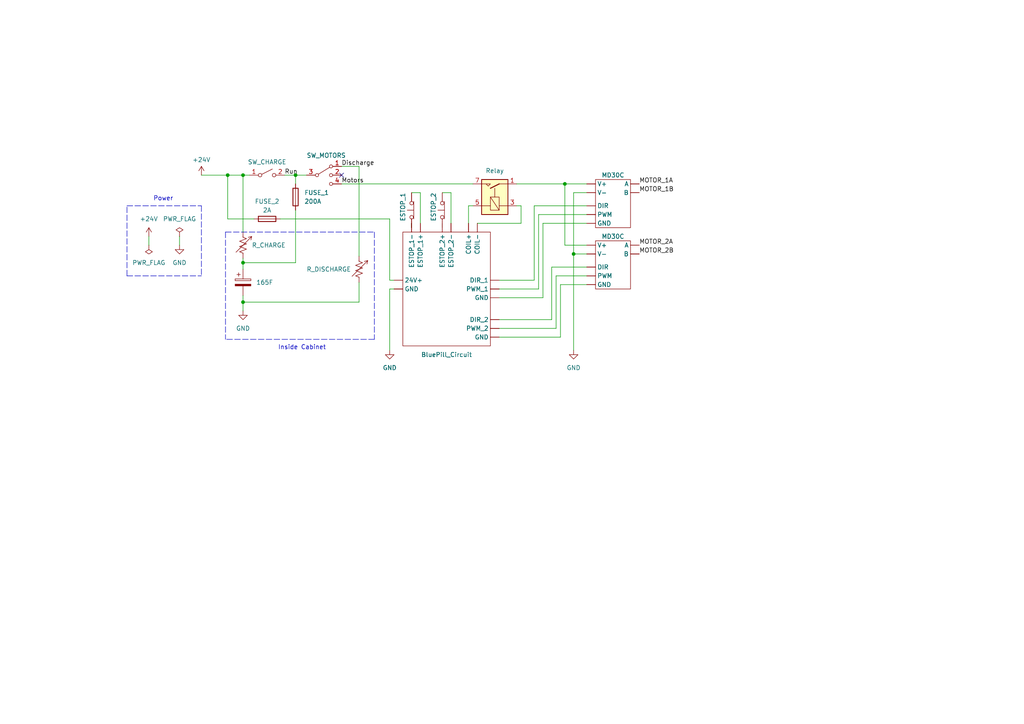
<source format=kicad_sch>
(kicad_sch (version 20211123) (generator eeschema)
  (paper "A4")
  (lib_symbols
    (symbol "Device:C_Polarized" (pin_numbers hide) (pin_names (offset 0.254))
      (property "Reference" "C" (at 0.635 2.54 0))
      (property "Value" "C_Polarized" (at 0.635 -2.54 0))
      (symbol "C_Polarized_0_1"
        (rectangle (start -2.286 0.508) (end 2.286 1.016))
        (polyline (pts (xy -1.778 2.286) (xy -0.762 2.286)))
        (polyline (pts (xy -1.27 2.794) (xy -1.27 1.778)))
        (rectangle (start 2.286 -0.508) (end -2.286 -1.016) (fill (type outline)))
      )
      (symbol "C_Polarized_1_1"
        (pin passive line (at 0 3.81 270) (length 2.794) (name "~") (number "1"))
        (pin passive line (at 0 -3.81 90) (length 2.794) (name "~") (number "2"))
      )
    )
    (symbol "Device:Fuse" (pin_numbers hide) (pin_names (offset 0))
      (property "Reference" "F" (at 2.032 0 90))
      (property "Value" "Fuse" (at -1.905 0 90))
      (symbol "Fuse_0_1"
        (rectangle (start -0.762 -2.54) (end 0.762 2.54) (stroke (width 0.254)))
        (polyline (pts (xy 0 2.54) (xy 0 -2.54)))
      )
      (symbol "Fuse_1_1"
        (pin passive line (at 0 3.81 270) (length 1.27) (name "~") (number "1"))
        (pin passive line (at 0 -3.81 90) (length 1.27) (name "~") (number "2"))
      )
    )
    (symbol "Device:R_Variable_US" (pin_numbers hide) (pin_names (offset 0))
      (property "Reference" "R" (at 2.54 -2.54 90))
      (property "Value" "R_Variable_US" (at -2.54 -1.27 90))
      (symbol "R_Variable_US_0_1"
        (polyline (pts (xy 0 -2.286) (xy 0 -2.54)))
        (polyline (pts (xy 0 2.286) (xy 0 2.54)))
        (polyline (pts (xy 0 -0.762) (xy 1.016 -1.143) (xy 0 -1.524) (xy -1.016 -1.905) (xy 0 -2.286)))
        (polyline (pts (xy 0 0.762) (xy 1.016 0.381) (xy 0 0) (xy -1.016 -0.381) (xy 0 -0.762)))
        (polyline (pts (xy 0 2.286) (xy 1.016 1.905) (xy 0 1.524) (xy -1.016 1.143) (xy 0 0.762)) (stroke (width 0.1524)))
        (polyline (pts (xy 2.286 1.524) (xy 2.54 2.54) (xy 1.524 2.286) (xy 2.54 2.54) (xy -2.032 -2.032)) (stroke (width 0.1524)))
      )
      (symbol "R_Variable_US_1_1"
        (pin passive line (at 0 3.81 270) (length 1.27) (name "~") (number "1"))
        (pin passive line (at 0 -3.81 90) (length 1.27) (name "~") (number "2"))
      )
    )
    (symbol "Switch:SW_Push_Open" (pin_numbers hide) (pin_names (offset 1.016) hide)
      (property "Reference" "SW" (at 0 2.54 0))
      (property "Value" "SW_Push_Open" (at 0 -1.905 0))
      (symbol "SW_Push_Open_0_1"
        (circle (center -2.032 0) (radius 0.508))
        (polyline (pts (xy -2.54 -0.635) (xy 2.54 -0.635)))
        (polyline (pts (xy 0 -0.635) (xy 0 1.27)))
        (circle (center 2.032 0) (radius 0.508))
        (pin passive line (at -5.08 0 0) (length 2.54) (name "A") (number "1"))
      )
      (symbol "SW_Push_Open_1_1"
        (pin passive line (at 5.08 0 180) (length 2.54) (name "B") (number "2"))
      )
    )
    (symbol "Switch:SW_SP3T" (pin_names (offset 0) hide)
      (property "Reference" "SW" (at 0 5.08 0))
      (property "Value" "SW_SP3T" (at 0 -5.08 0))
      (symbol "SW_SP3T_0_1"
        (circle (center -2.032 0) (radius 0.4572))
        (polyline (pts (xy -1.651 0.254) (xy 1.651 2.286)))
        (circle (center 2.032 -2.54) (radius 0.4572))
        (circle (center 2.032 0) (radius 0.4572))
        (circle (center 2.032 2.54) (radius 0.4572))
      )
      (symbol "SW_SP3T_1_1"
        (pin passive line (at 5.08 2.54 180) (length 2.54) (name "1") (number "1"))
        (pin passive line (at 5.08 0 180) (length 2.54) (name "2") (number "2"))
        (pin passive line (at -5.08 0 0) (length 2.54) (name "3") (number "3"))
        (pin passive line (at 5.08 -2.54 180) (length 2.54) (name "4") (number "4"))
      )
    )
    (symbol "Switch:SW_SPST" (pin_names (offset 0) hide)
      (property "Reference" "SW" (at 0 3.175 0))
      (property "Value" "SW_SPST" (at 0 -2.54 0))
      (symbol "SW_SPST_0_0"
        (circle (center -2.032 0) (radius 0.508))
        (polyline (pts (xy -1.524 0.254) (xy 1.524 1.778)))
        (circle (center 2.032 0) (radius 0.508))
      )
      (symbol "SW_SPST_1_1"
        (pin passive line (at -5.08 0 0) (length 2.54) (name "A") (number "1"))
        (pin passive line (at 5.08 0 180) (length 2.54) (name "B") (number "2"))
      )
    )
    (symbol "local:BluePill_Circuit"
      (property "Reference" "U" (at 0 13.97 0))
      (property "Value" "BluePill_Circuit" (at 0 13.97 0))
      (symbol "BluePill_Circuit_0_1"
        (rectangle (start -12.7 -2.54) (end 12.7 -35.56))
      )
      (symbol "BluePill_Circuit_1_1"
        (pin power_in line (at -15.24 -16.51 0) (length 2.54) (name "24V+") (number ""))
        (pin power_in line (at 6.35 0 270) (length 2.54) (name "COIL+") (number ""))
        (pin power_out line (at 8.89 0 270) (length 2.54) (name "COIL-") (number ""))
        (pin output line (at 15.24 -16.51 180) (length 2.54) (name "DIR_1") (number ""))
        (pin output line (at 15.24 -27.94 180) (length 2.54) (name "DIR_2") (number ""))
        (pin power_out line (at -7.62 0 270) (length 2.54) (name "ESTOP_1+") (number ""))
        (pin power_in line (at -10.16 0 270) (length 2.54) (name "ESTOP_1-") (number ""))
        (pin power_in line (at -1.27 0 270) (length 2.54) (name "ESTOP_2+") (number ""))
        (pin power_out line (at 1.27 0 270) (length 2.54) (name "ESTOP_2-") (number ""))
        (pin power_in line (at -15.24 -19.05 0) (length 2.54) (name "GND") (number ""))
        (pin bidirectional line (at 15.24 -33.02 180) (length 2.54) (name "GND") (number ""))
        (pin bidirectional line (at 15.24 -21.59 180) (length 2.54) (name "GND") (number ""))
        (pin output line (at 15.24 -19.05 180) (length 2.54) (name "PWM_1") (number ""))
        (pin output line (at 15.24 -30.48 180) (length 2.54) (name "PWM_2") (number ""))
      )
    )
    (symbol "local:Generic_Relay"
      (property "Reference" "K?" (at 0 12.7 90))
      (property "Value" "Generic_Relay" (at -17.78 0 90))
      (symbol "Generic_Relay_0_0"
        (polyline (pts (xy -1.27 2.54) (xy -1.27 0) (xy -1.905 0.635) (xy -1.27 1.27)))
      )
      (symbol "Generic_Relay_0_1"
        (rectangle (start -10.16 2.54) (end 0 -5.08) (stroke (width 0.254)) (fill (type background)))
        (rectangle (start -8.89 0) (end -5.08 -2.54))
        (polyline (pts (xy -8.89 -2.54) (xy -5.08 0)))
        (polyline (pts (xy -7.62 -2.54) (xy -7.62 -5.08)))
        (polyline (pts (xy -7.62 2.54) (xy -7.62 0)))
        (polyline (pts (xy -5.08 -1.27) (xy -2.54 -1.27)))
        (polyline (pts (xy -1.27 -5.08) (xy -1.27 -2.54)))
        (polyline (pts (xy -1.27 -2.54) (xy -2.54 0)) (stroke (width 0.3)))
      )
      (symbol "Generic_Relay_1_1"
        (pin passive line (at -1.27 -7.62 90) (length 2.54) (name "~") (number "1"))
        (pin passive line (at -7.62 -7.62 90) (length 2.54) (name "~") (number "3"))
        (pin passive line (at -7.62 5.08 270) (length 2.54) (name "~") (number "5"))
        (pin passive line (at -1.27 5.08 270) (length 2.54) (name "~") (number "7"))
      )
    )
    (symbol "local:MD30C"
      (property "Reference" "U" (at 0 0 0))
      (property "Value" "MD30C" (at 0 0 0))
      (symbol "MD30C_0_1"
        (rectangle (start -5.08 -5.08) (end 5.08 -19.05))
      )
      (symbol "MD30C_1_1"
        (pin power_out line (at 7.62 -6.35 180) (length 2.54) (name "A") (number ""))
        (pin power_out line (at 7.62 -8.89 180) (length 2.54) (name "B") (number ""))
        (pin input line (at -7.62 -12.7 0) (length 2.54) (name "DIR") (number ""))
        (pin input line (at -7.62 -17.78 0) (length 2.54) (name "GND") (number ""))
        (pin input line (at -7.62 -15.24 0) (length 2.54) (name "PWM") (number ""))
        (pin power_in line (at -7.62 -6.35 0) (length 2.54) (name "V+") (number ""))
        (pin power_in line (at -7.62 -8.89 0) (length 2.54) (name "V-") (number ""))
      )
    )
    (symbol "power:+24V" (power) (pin_names (offset 0))
      (property "Value" "+24V" (at 0 3.556 0))
      (symbol "+24V_0_1"
        (polyline (pts (xy -0.762 1.27) (xy 0 2.54)))
        (polyline (pts (xy 0 0) (xy 0 2.54)))
        (polyline (pts (xy 0 2.54) (xy 0.762 1.27)))
      )
      (symbol "+24V_1_1"
        (pin power_in line (at 0 0 90) (length 0) hide (name "+24V") (number "1"))
      )
    )
    (symbol "power:GND" (power) (pin_names (offset 0))
      (property "Value" "GND" (at 0 -3.81 0))
      (symbol "GND_0_1"
        (polyline (pts (xy 0 0) (xy 0 -1.27) (xy 1.27 -1.27) (xy 0 -2.54) (xy -1.27 -1.27) (xy 0 -1.27)))
      )
      (symbol "GND_1_1"
        (pin power_in line (at 0 0 270) (length 0) hide (name "GND") (number "1"))
      )
    )
    (symbol "power:PWR_FLAG" (power) (pin_numbers hide) (pin_names (offset 0) hide)
      (property "Value" "PWR_FLAG" (at 0 3.81 0))
      (symbol "PWR_FLAG_0_0"
        (pin power_out line (at 0 0 90) (length 0) (name "pwr") (number "1"))
      )
      (symbol "PWR_FLAG_0_1"
        (polyline (pts (xy 0 0) (xy 0 1.27) (xy -1.016 1.905) (xy 0 2.54) (xy 1.016 1.905) (xy 0 1.27)))
      )
    )
  )
  (junction (at 70.485 87.63))
  (junction (at 166.37 73.66))
  (junction (at 70.485 50.8))
  (junction (at 163.83 53.34))
  (junction (at 66.04 50.8))
  (junction (at 70.485 76.2))
  (junction (at 85.725 50.8))
  (no_connect (at 99.06 50.8))
  (wire (pts (xy 128.27 66.04) (xy 128.27 64.77)))
  (wire (pts (xy 144.78 95.25) (xy 161.29 95.25)))
  (wire (pts (xy 170.18 62.23) (xy 156.21 62.23)))
  (wire (pts (xy 99.06 53.34) (xy 137.16 53.34)))
  (wire (pts (xy 160.02 77.47) (xy 170.18 77.47)))
  (wire (pts (xy 85.725 50.8) (xy 85.725 53.34)))
  (wire (pts (xy 166.37 73.66) (xy 170.18 73.66)))
  (wire (pts (xy 157.48 64.77) (xy 157.48 86.36)))
  (wire (pts (xy 156.21 62.23) (xy 156.21 83.82)))
  (polyline (pts (xy 108.585 67.31) (xy 108.585 98.425)))
  (wire (pts (xy 170.18 71.12) (xy 163.83 71.12)))
  (wire (pts (xy 113.03 63.5) (xy 113.03 81.28)))
  (wire (pts (xy 138.43 64.77) (xy 151.13 64.77)))
  (polyline (pts (xy 58.42 59.69) (xy 58.42 80.01)))
  (wire (pts (xy 151.13 59.69) (xy 149.86 59.69)))
  (polyline (pts (xy 36.83 80.01) (xy 36.83 59.69)))
  (wire (pts (xy 70.485 74.93) (xy 70.485 76.2)))
  (wire (pts (xy 43.18 68.58) (xy 43.18 71.12)))
  (polyline (pts (xy 65.405 67.31) (xy 65.405 98.425)))
  (wire (pts (xy 166.37 55.88) (xy 170.18 55.88)))
  (polyline (pts (xy 36.83 59.69) (xy 58.42 59.69)))
  (wire (pts (xy 144.78 92.71) (xy 160.02 92.71)))
  (wire (pts (xy 163.83 53.34) (xy 170.18 53.34)))
  (wire (pts (xy 66.04 63.5) (xy 66.04 50.8)))
  (wire (pts (xy 99.06 48.26) (xy 104.14 48.26)))
  (wire (pts (xy 113.03 83.82) (xy 113.03 101.6)))
  (wire (pts (xy 70.485 85.725) (xy 70.485 87.63)))
  (wire (pts (xy 73.66 63.5) (xy 66.04 63.5)))
  (wire (pts (xy 135.89 64.77) (xy 135.89 59.69)))
  (wire (pts (xy 156.21 83.82) (xy 144.78 83.82)))
  (wire (pts (xy 104.14 87.63) (xy 70.485 87.63)))
  (wire (pts (xy 151.13 64.77) (xy 151.13 59.69)))
  (wire (pts (xy 144.78 86.36) (xy 157.48 86.36)))
  (wire (pts (xy 160.02 92.71) (xy 160.02 77.47)))
  (wire (pts (xy 170.18 64.77) (xy 157.48 64.77)))
  (wire (pts (xy 113.03 81.28) (xy 114.3 81.28)))
  (wire (pts (xy 82.55 50.8) (xy 85.725 50.8)))
  (wire (pts (xy 149.86 53.34) (xy 163.83 53.34)))
  (wire (pts (xy 81.28 63.5) (xy 113.03 63.5)))
  (wire (pts (xy 70.485 87.63) (xy 70.485 90.17)))
  (wire (pts (xy 119.38 66.04) (xy 119.38 64.77)))
  (wire (pts (xy 85.725 76.2) (xy 70.485 76.2)))
  (wire (pts (xy 66.04 50.8) (xy 70.485 50.8)))
  (wire (pts (xy 161.29 80.01) (xy 170.18 80.01)))
  (polyline (pts (xy 108.585 98.425) (xy 65.405 98.425)))
  (wire (pts (xy 166.37 73.66) (xy 166.37 55.88)))
  (wire (pts (xy 85.725 60.96) (xy 85.725 76.2)))
  (wire (pts (xy 104.14 48.26) (xy 104.14 74.295)))
  (wire (pts (xy 70.485 76.2) (xy 70.485 78.105)))
  (wire (pts (xy 85.725 50.8) (xy 88.9 50.8)))
  (wire (pts (xy 130.81 55.88) (xy 130.81 64.77)))
  (wire (pts (xy 154.94 81.28) (xy 144.78 81.28)))
  (wire (pts (xy 154.94 59.69) (xy 154.94 81.28)))
  (wire (pts (xy 70.485 50.8) (xy 70.485 67.31)))
  (wire (pts (xy 162.56 97.79) (xy 162.56 82.55)))
  (wire (pts (xy 58.42 50.8) (xy 66.04 50.8)))
  (polyline (pts (xy 36.83 80.01) (xy 58.42 80.01)))
  (wire (pts (xy 119.38 55.88) (xy 121.92 55.88)))
  (wire (pts (xy 161.29 95.25) (xy 161.29 80.01)))
  (wire (pts (xy 144.78 97.79) (xy 162.56 97.79)))
  (wire (pts (xy 135.89 59.69) (xy 137.16 59.69)))
  (wire (pts (xy 163.83 71.12) (xy 163.83 53.34)))
  (polyline (pts (xy 65.405 67.31) (xy 108.585 67.31)))
  (wire (pts (xy 104.14 81.915) (xy 104.14 87.63)))
  (wire (pts (xy 114.3 83.82) (xy 113.03 83.82)))
  (wire (pts (xy 162.56 82.55) (xy 170.18 82.55)))
  (wire (pts (xy 72.39 50.8) (xy 70.485 50.8)))
  (wire (pts (xy 166.37 101.6) (xy 166.37 73.66)))
  (wire (pts (xy 121.92 55.88) (xy 121.92 64.77)))
  (wire (pts (xy 52.07 68.58) (xy 52.07 71.12)))
  (wire (pts (xy 170.18 59.69) (xy 154.94 59.69)))
  (wire (pts (xy 128.27 55.88) (xy 130.81 55.88)))
  (text "Inside Cabinet" (at 80.645 101.6 0) (effects (font (size 1.27 1.27)) (justify left bottom)))
  (text "Power\n" (at 44.45 58.42 0) (effects (font (size 1.27 1.27)) (justify left bottom)))
  (label "MOTOR_2B" (at 185.42 73.66 0))
  (label "MOTOR_1B" (at 185.42 55.88 0))
  (label "Discharge" (at 99.06 48.26 0))
  (label "MOTOR_1A" (at 185.42 53.34 0))
  (label "Motors" (at 99.06 53.34 0))
  (label "Run" (at 82.55 50.8 0))
  (label "MOTOR_2A" (at 185.42 71.12 0))
  (symbol (lib_id "local:Generic_Relay") (at 142.24 52.07 90) (unit 1)
    (property "Reference" "K?" (effects hide))
    (property "Value" "Relay" (at 143.51 49.53 90))
    (property "Footprint" "Relay_THT:Relay_SPST_StandexMeder_SIL_Form1A" (effects hide))
    (property "Datasheet" "https://standexelectronics.com/wp-content/uploads/datasheet_reed_relay_SIL.pdf" (effects hide))
  )
  (symbol (lib_id "power:GND") (at 70.485 90.17 0) (unit 1)
    (property "Reference" "#PWR?" (effects hide))
    (property "Value" "GND" (at 70.485 95.25 0))
  )
  (symbol (lib_id "power:+24V") (at 58.42 50.8 0) (unit 1)
    (property "Reference" "#PWR?" (effects hide))
    (property "Value" "+24V" (at 58.42 46.355 0))
  )
  (symbol (lib_id "Switch:SW_Push_Open") (at 128.27 60.96 90) (unit 1)
    (property "Reference" "ESTOP_2" (at 125.73 55.88 0) (effects (justify right)))
    (property "Value" "SW_Push_Open" (effects hide))
  )
  (symbol (lib_id "local:MD30C") (at 177.8 46.99 0) (unit 1)
    (property "Reference" "U?" (effects hide))
    (property "Value" "MD30C" (at 177.8 50.8 0))
  )
  (symbol (lib_id "Switch:SW_SPST") (at 77.47 50.8 0) (unit 1)
    (property "Reference" "SW_CHARGE" (at 77.47 46.99 0))
    (property "Value" "SW_SPST" (effects hide))
  )
  (symbol (lib_id "Device:R_Variable_US") (at 104.14 78.105 0) (unit 1)
    (property "Reference" "R_DISCHARGE" (at 88.9 78.105 0) (effects (justify left)))
    (property "Value" "R_DISCHARGE" (effects hide))
  )
  (symbol (lib_id "Device:C_Polarized") (at 70.485 81.915 0) (unit 1)
    (property "Reference" "C?" (effects hide))
    (property "Value" "165F" (at 74.295 81.915 0) (effects (justify left)))
  )
  (symbol (lib_id "local:MD30C") (at 177.8 64.77 0) (unit 1)
    (property "Reference" "U?" (effects hide))
    (property "Value" "MD30C" (at 177.8 68.58 0))
  )
  (symbol (lib_id "power:GND") (at 113.03 101.6 0) (unit 1)
    (property "Reference" "#PWR?" (effects hide))
    (property "Value" "GND" (at 113.03 106.68 0))
  )
  (symbol (lib_id "local:BluePill_Circuit") (at 129.54 64.77 0) (unit 1)
    (property "Reference" "U?" (effects hide))
    (property "Value" "BluePill_Circuit" (at 129.54 102.87 0))
  )
  (symbol (lib_id "Device:Fuse") (at 85.725 57.15 0) (unit 1)
    (property "Reference" "FUSE_1" (at 88.265 55.8799 0) (effects (justify left)))
    (property "Value" "200A" (at 88.265 58.4199 0) (effects (justify left)))
  )
  (symbol (lib_id "power:PWR_FLAG") (at 52.07 68.58 0) (unit 1)
    (property "Reference" "#FLG?" (effects hide))
    (property "Value" "PWR_FLAG" (at 52.07 63.5 0))
  )
  (symbol (lib_id "power:PWR_FLAG") (at 43.18 71.12 180) (unit 1)
    (property "Reference" "#FLG?" (effects hide))
    (property "Value" "PWR_FLAG" (at 43.18 76.2 0))
  )
  (symbol (lib_id "Device:R_Variable_US") (at 70.485 71.12 0) (unit 1)
    (property "Reference" "R_CHARGE" (at 73.025 71.12 0) (effects (justify left)))
    (property "Value" "R_CHARGE" (effects hide))
  )
  (symbol (lib_id "power:GND") (at 52.07 71.12 0) (unit 1)
    (property "Reference" "#PWR?" (effects hide))
    (property "Value" "GND" (at 52.07 76.2 0))
  )
  (symbol (lib_id "power:+24V") (at 43.18 68.58 0) (unit 1)
    (property "Reference" "#PWR?" (effects hide))
    (property "Value" "+24V" (at 43.18 63.5 0))
  )
  (symbol (lib_id "Switch:SW_SP3T") (at 93.98 50.8 0) (unit 1)
    (property "Reference" "SW_MOTORS" (at 94.615 45.085 0))
    (property "Value" "SW_SP3T" (effects hide))
  )
  (symbol (lib_id "Device:Fuse") (at 77.47 63.5 90) (unit 1)
    (property "Reference" "FUSE_2" (at 77.47 58.42 90))
    (property "Value" "2A" (at 77.47 60.96 90))
  )
  (symbol (lib_id "Switch:SW_Push_Open") (at 119.38 60.96 90) (unit 1)
    (property "Reference" "ESTOP_1" (at 116.84 55.88 0) (effects (justify right)))
    (property "Value" "SW_Push_Open" (effects hide))
  )
  (symbol (lib_id "power:GND") (at 166.37 101.6 0) (unit 1)
    (property "Reference" "#PWR?" (effects hide))
    (property "Value" "GND" (at 166.37 106.68 0))
  )
)
</source>
